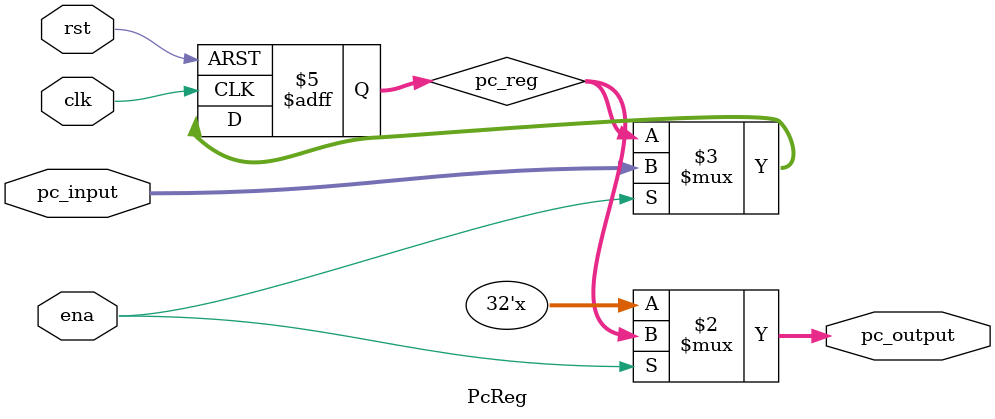
<source format=v>
`timescale 1ns / 1ps

module PcReg(
    input clk,
    input rst,
    input ena,
    input [31:0] pc_input,
    output [31:0] pc_output
    );
    reg [31:0] pc_reg;
    
    //每个指令周期结束后更新pc
    always @(negedge clk or posedge rst)
    begin
        if(rst)
            pc_reg <= 32'h00400000;
        else
        begin
            if(ena)
                pc_reg <= pc_input;
        end
    end
    
    assign pc_output = (ena ? pc_reg : 32'hz);
    
endmodule

</source>
